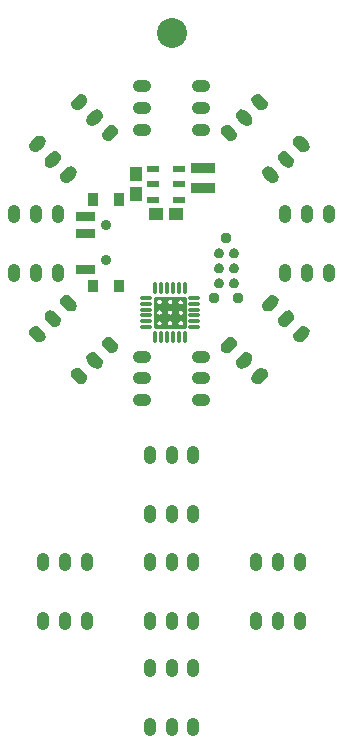
<source format=gts>
G04 DipTrace 2.4.0.2*
%INfemale.gts*%
%MOMM*%
%ADD10C,0.25*%
%ADD24C,0.165*%
%ADD33R,1.0X0.5*%
%ADD40C,2.54*%
%ADD41C,0.95*%
%ADD42C,0.9*%
%ADD45O,1.05X1.55*%
%ADD46O,1.55X1.05*%
%ADD50O,1.05X0.33*%
%ADD51O,0.33X1.05*%
%ADD52R,2.05X0.9*%
%ADD53R,1.15X1.05*%
%ADD54R,1.05X1.15*%
%FSLAX53Y53*%
G04*
G71*
G90*
G75*
G01*
%LNTopMask*%
%LPD*%
D54*
X23625Y57991D3*
Y56291D3*
D53*
X26998Y54679D3*
X25298D3*
D40*
X26626Y69952D3*
G36*
X31895Y50898D2*
X31968Y50904D1*
X32039Y50923D1*
X32105Y50954D1*
X32165Y50996D1*
X32216Y51048D1*
X32258Y51107D1*
X32289Y51174D1*
X32308Y51244D1*
X32314Y51317D1*
D1*
X32308Y51390D1*
X32289Y51460D1*
X32258Y51526D1*
X32216Y51586D1*
X32165Y51638D1*
X32105Y51680D1*
X32039Y51710D1*
X31968Y51729D1*
X31895Y51736D1*
D1*
X31823Y51729D1*
X31752Y51710D1*
X31686Y51680D1*
X31626Y51638D1*
X31575Y51586D1*
X31533Y51526D1*
X31502Y51460D1*
X31483Y51390D1*
X31477Y51317D1*
D1*
X31483Y51244D1*
X31502Y51174D1*
X31533Y51107D1*
X31575Y51048D1*
X31626Y50996D1*
X31686Y50954D1*
X31752Y50923D1*
X31823Y50904D1*
X31895Y50898D1*
G37*
G36*
Y49628D2*
X31968Y49634D1*
X32039Y49653D1*
X32105Y49684D1*
X32165Y49726D1*
X32216Y49778D1*
X32258Y49837D1*
X32289Y49904D1*
X32308Y49974D1*
X32314Y50047D1*
D1*
X32308Y50120D1*
X32289Y50190D1*
X32258Y50256D1*
X32216Y50316D1*
X32165Y50368D1*
X32105Y50410D1*
X32039Y50440D1*
X31968Y50459D1*
X31895Y50466D1*
D1*
X31823Y50459D1*
X31752Y50440D1*
X31686Y50410D1*
X31626Y50368D1*
X31575Y50316D1*
X31533Y50256D1*
X31502Y50190D1*
X31483Y50120D1*
X31477Y50047D1*
D1*
X31483Y49974D1*
X31502Y49904D1*
X31533Y49837D1*
X31575Y49778D1*
X31626Y49726D1*
X31686Y49684D1*
X31752Y49653D1*
X31823Y49634D1*
X31895Y49628D1*
G37*
G36*
Y48358D2*
X31968Y48364D1*
X32039Y48383D1*
X32105Y48414D1*
X32165Y48456D1*
X32216Y48508D1*
X32258Y48567D1*
X32289Y48634D1*
X32308Y48704D1*
X32314Y48777D1*
D1*
X32308Y48850D1*
X32289Y48920D1*
X32258Y48986D1*
X32216Y49046D1*
X32165Y49098D1*
X32105Y49140D1*
X32039Y49170D1*
X31968Y49189D1*
X31895Y49196D1*
D1*
X31823Y49189D1*
X31752Y49170D1*
X31686Y49140D1*
X31626Y49098D1*
X31575Y49046D1*
X31533Y48986D1*
X31502Y48920D1*
X31483Y48850D1*
X31477Y48777D1*
D1*
X31483Y48704D1*
X31502Y48634D1*
X31533Y48567D1*
X31575Y48508D1*
X31626Y48456D1*
X31686Y48414D1*
X31752Y48383D1*
X31823Y48364D1*
X31895Y48358D1*
G37*
G36*
X30625D2*
X30698Y48364D1*
X30769Y48383D1*
X30835Y48414D1*
X30895Y48456D1*
X30946Y48508D1*
X30988Y48567D1*
X31019Y48634D1*
X31038Y48704D1*
X31044Y48777D1*
D1*
X31038Y48850D1*
X31019Y48920D1*
X30988Y48986D1*
X30946Y49046D1*
X30895Y49098D1*
X30835Y49140D1*
X30769Y49170D1*
X30698Y49189D1*
X30625Y49196D1*
D1*
X30553Y49189D1*
X30482Y49170D1*
X30416Y49140D1*
X30356Y49098D1*
X30305Y49046D1*
X30263Y48986D1*
X30232Y48920D1*
X30213Y48850D1*
X30207Y48777D1*
D1*
X30213Y48704D1*
X30232Y48634D1*
X30263Y48567D1*
X30305Y48508D1*
X30356Y48456D1*
X30416Y48414D1*
X30482Y48383D1*
X30553Y48364D1*
X30625Y48358D1*
G37*
G36*
Y49628D2*
X30698Y49634D1*
X30769Y49653D1*
X30835Y49684D1*
X30895Y49726D1*
X30946Y49778D1*
X30988Y49837D1*
X31019Y49904D1*
X31038Y49974D1*
X31044Y50047D1*
D1*
X31038Y50120D1*
X31019Y50190D1*
X30988Y50256D1*
X30946Y50316D1*
X30895Y50368D1*
X30835Y50410D1*
X30769Y50440D1*
X30698Y50459D1*
X30625Y50466D1*
D1*
X30553Y50459D1*
X30482Y50440D1*
X30416Y50410D1*
X30356Y50368D1*
X30305Y50316D1*
X30263Y50256D1*
X30232Y50190D1*
X30213Y50120D1*
X30207Y50047D1*
D1*
X30213Y49974D1*
X30232Y49904D1*
X30263Y49837D1*
X30305Y49778D1*
X30356Y49726D1*
X30416Y49684D1*
X30482Y49653D1*
X30553Y49634D1*
X30625Y49628D1*
G37*
G36*
Y50898D2*
X30698Y50904D1*
X30769Y50923D1*
X30835Y50954D1*
X30895Y50996D1*
X30946Y51048D1*
X30988Y51107D1*
X31019Y51174D1*
X31038Y51244D1*
X31044Y51317D1*
D1*
X31038Y51390D1*
X31019Y51460D1*
X30988Y51526D1*
X30946Y51586D1*
X30895Y51638D1*
X30835Y51680D1*
X30769Y51710D1*
X30698Y51729D1*
X30625Y51736D1*
D1*
X30553Y51729D1*
X30482Y51710D1*
X30416Y51680D1*
X30356Y51638D1*
X30305Y51586D1*
X30263Y51526D1*
X30232Y51460D1*
X30213Y51390D1*
X30207Y51317D1*
D1*
X30213Y51244D1*
X30232Y51174D1*
X30263Y51107D1*
X30305Y51048D1*
X30356Y50996D1*
X30416Y50954D1*
X30482Y50923D1*
X30553Y50904D1*
X30625Y50898D1*
G37*
D41*
X31260Y52587D3*
X32276Y47507D3*
X30244D3*
D52*
X29319Y58516D3*
Y56816D3*
X27124Y46300D2*
D24*
Y46319D1*
X27126Y46337D1*
X27130Y46355D1*
X27134Y46373D1*
X27140Y46391D1*
X27148Y46408D1*
X27156Y46425D1*
X27166Y46441D1*
X27177Y46457D1*
X27189Y46471D1*
X27202Y46485D1*
X27216Y46498D1*
X27231Y46510D1*
X27247Y46521D1*
X27263Y46531D1*
X27281Y46540D1*
X27298Y46547D1*
X27317Y46554D1*
X27335Y46559D1*
X27354Y46563D1*
X27374Y46565D1*
X27393Y46566D1*
X27413D1*
X27432Y46565D1*
X27452Y46563D1*
X27471Y46559D1*
X27489Y46554D1*
X27508Y46547D1*
X27526Y46540D1*
X27543Y46531D1*
X27559Y46521D1*
X27575Y46510D1*
X27590Y46498D1*
X27604Y46485D1*
X27617Y46471D1*
X27629Y46457D1*
X27640Y46441D1*
X27650Y46425D1*
X27658Y46408D1*
X27666Y46391D1*
X27672Y46373D1*
X27676Y46355D1*
X27680Y46337D1*
X27682Y46319D1*
Y46300D1*
Y46281D1*
X27680Y46263D1*
X27676Y46245D1*
X27672Y46226D1*
X27666Y46209D1*
X27658Y46192D1*
X27650Y46175D1*
X27640Y46159D1*
X27629Y46143D1*
X27617Y46129D1*
X27604Y46115D1*
X27590Y46102D1*
X27575Y46090D1*
X27559Y46079D1*
X27543Y46069D1*
X27526Y46060D1*
X27508Y46053D1*
X27489Y46046D1*
X27471Y46041D1*
X27452Y46037D1*
X27432Y46035D1*
X27413Y46034D1*
X27393D1*
X27374Y46035D1*
X27354Y46037D1*
X27335Y46041D1*
X27317Y46046D1*
X27298Y46053D1*
X27281Y46060D1*
X27263Y46069D1*
X27247Y46079D1*
X27231Y46090D1*
X27216Y46102D1*
X27202Y46115D1*
X27189Y46129D1*
X27177Y46143D1*
X27166Y46159D1*
X27156Y46175D1*
X27148Y46192D1*
X27140Y46209D1*
X27134Y46226D1*
X27130Y46245D1*
X27126Y46263D1*
X27124Y46281D1*
Y46300D1*
Y45397D2*
Y45415D1*
X27126Y45434D1*
X27130Y45452D1*
X27134Y45470D1*
X27140Y45488D1*
X27148Y45505D1*
X27156Y45522D1*
X27166Y45538D1*
X27177Y45553D1*
X27189Y45568D1*
X27202Y45582D1*
X27216Y45595D1*
X27231Y45607D1*
X27247Y45618D1*
X27263Y45628D1*
X27281Y45636D1*
X27298Y45644D1*
X27317Y45650D1*
X27335Y45655D1*
X27354Y45659D1*
X27374Y45662D1*
X27393Y45663D1*
X27413D1*
X27432Y45662D1*
X27452Y45659D1*
X27471Y45655D1*
X27489Y45650D1*
X27508Y45644D1*
X27526Y45636D1*
X27543Y45628D1*
X27559Y45618D1*
X27575Y45607D1*
X27590Y45595D1*
X27604Y45582D1*
X27617Y45568D1*
X27629Y45553D1*
X27640Y45538D1*
X27650Y45522D1*
X27658Y45505D1*
X27666Y45488D1*
X27672Y45470D1*
X27676Y45452D1*
X27680Y45434D1*
X27682Y45415D1*
Y45397D1*
Y45378D1*
X27680Y45360D1*
X27676Y45341D1*
X27672Y45323D1*
X27666Y45306D1*
X27658Y45288D1*
X27650Y45272D1*
X27640Y45255D1*
X27629Y45240D1*
X27617Y45225D1*
X27604Y45211D1*
X27590Y45199D1*
X27575Y45187D1*
X27559Y45176D1*
X27543Y45166D1*
X27526Y45157D1*
X27508Y45149D1*
X27489Y45143D1*
X27471Y45138D1*
X27452Y45134D1*
X27432Y45132D1*
X27413Y45130D1*
X27393D1*
X27374Y45132D1*
X27354Y45134D1*
X27335Y45138D1*
X27317Y45143D1*
X27298Y45149D1*
X27281Y45157D1*
X27263Y45166D1*
X27247Y45176D1*
X27231Y45187D1*
X27216Y45199D1*
X27202Y45211D1*
X27189Y45225D1*
X27177Y45240D1*
X27166Y45255D1*
X27156Y45272D1*
X27148Y45288D1*
X27140Y45306D1*
X27134Y45323D1*
X27130Y45341D1*
X27126Y45360D1*
X27124Y45378D1*
Y45397D1*
X26227Y47207D2*
X26228Y47225D1*
X26230Y47244D1*
X26233Y47262D1*
X26238Y47280D1*
X26244Y47298D1*
X26251Y47315D1*
X26260Y47332D1*
X26269Y47348D1*
X26280Y47363D1*
X26292Y47378D1*
X26305Y47392D1*
X26319Y47405D1*
X26334Y47417D1*
X26350Y47428D1*
X26367Y47438D1*
X26384Y47446D1*
X26402Y47454D1*
X26420Y47460D1*
X26439Y47465D1*
X26458Y47469D1*
X26477Y47472D1*
X26497Y47473D1*
X26516D1*
X26536Y47472D1*
X26555Y47469D1*
X26574Y47465D1*
X26593Y47460D1*
X26611Y47454D1*
X26629Y47446D1*
X26646Y47438D1*
X26663Y47428D1*
X26679Y47417D1*
X26693Y47405D1*
X26707Y47392D1*
X26721Y47378D1*
X26733Y47363D1*
X26743Y47348D1*
X26753Y47332D1*
X26762Y47315D1*
X26769Y47298D1*
X26775Y47280D1*
X26780Y47262D1*
X26783Y47244D1*
X26785Y47225D1*
X26786Y47207D1*
X26785Y47188D1*
X26783Y47170D1*
X26780Y47151D1*
X26775Y47133D1*
X26769Y47115D1*
X26762Y47098D1*
X26753Y47081D1*
X26743Y47065D1*
X26733Y47050D1*
X26721Y47035D1*
X26707Y47021D1*
X26693Y47008D1*
X26679Y46997D1*
X26663Y46986D1*
X26646Y46976D1*
X26629Y46967D1*
X26611Y46959D1*
X26593Y46953D1*
X26574Y46948D1*
X26555Y46944D1*
X26536Y46941D1*
X26516Y46940D1*
X26497D1*
X26477Y46941D1*
X26458Y46944D1*
X26439Y46948D1*
X26420Y46953D1*
X26402Y46959D1*
X26384Y46967D1*
X26367Y46976D1*
X26350Y46986D1*
X26334Y46997D1*
X26319Y47008D1*
X26305Y47021D1*
X26292Y47035D1*
X26280Y47050D1*
X26269Y47065D1*
X26260Y47081D1*
X26251Y47098D1*
X26244Y47115D1*
X26238Y47133D1*
X26233Y47151D1*
X26230Y47170D1*
X26228Y47188D1*
X26227Y47207D1*
X26224Y46307D2*
X26225Y46325D1*
X26227Y46344D1*
X26230Y46362D1*
X26235Y46380D1*
X26241Y46398D1*
X26248Y46415D1*
X26257Y46432D1*
X26266Y46448D1*
X26277Y46463D1*
X26289Y46478D1*
X26302Y46492D1*
X26316Y46505D1*
X26331Y46517D1*
X26347Y46528D1*
X26364Y46538D1*
X26381Y46546D1*
X26399Y46554D1*
X26417Y46560D1*
X26436Y46565D1*
X26455Y46569D1*
X26474Y46572D1*
X26493Y46573D1*
X26513D1*
X26532Y46572D1*
X26552Y46569D1*
X26571Y46565D1*
X26589Y46560D1*
X26608Y46554D1*
X26626Y46546D1*
X26643Y46538D1*
X26659Y46528D1*
X26675Y46517D1*
X26690Y46505D1*
X26704Y46492D1*
X26717Y46478D1*
X26729Y46463D1*
X26740Y46448D1*
X26750Y46432D1*
X26758Y46415D1*
X26766Y46398D1*
X26772Y46380D1*
X26776Y46362D1*
X26780Y46344D1*
X26782Y46325D1*
Y46307D1*
Y46288D1*
X26780Y46270D1*
X26776Y46251D1*
X26772Y46233D1*
X26766Y46216D1*
X26758Y46198D1*
X26750Y46182D1*
X26740Y46165D1*
X26729Y46150D1*
X26717Y46135D1*
X26704Y46122D1*
X26690Y46109D1*
X26675Y46097D1*
X26659Y46086D1*
X26643Y46076D1*
X26626Y46067D1*
X26608Y46060D1*
X26589Y46053D1*
X26571Y46048D1*
X26552Y46044D1*
X26532Y46042D1*
X26513Y46040D1*
X26493D1*
X26474Y46042D1*
X26455Y46044D1*
X26436Y46048D1*
X26417Y46053D1*
X26399Y46060D1*
X26381Y46067D1*
X26364Y46076D1*
X26347Y46086D1*
X26331Y46097D1*
X26316Y46109D1*
X26302Y46122D1*
X26289Y46135D1*
X26277Y46150D1*
X26266Y46165D1*
X26257Y46182D1*
X26248Y46198D1*
X26241Y46216D1*
X26235Y46233D1*
X26230Y46251D1*
X26227Y46270D1*
X26225Y46288D1*
X26224Y46307D1*
Y46297D2*
X26225Y46315D1*
X26227Y46334D1*
X26230Y46352D1*
X26235Y46370D1*
X26241Y46388D1*
X26248Y46405D1*
X26257Y46422D1*
X26266Y46438D1*
X26277Y46453D1*
X26289Y46468D1*
X26302Y46482D1*
X26316Y46495D1*
X26331Y46507D1*
X26347Y46518D1*
X26364Y46527D1*
X26381Y46536D1*
X26399Y46544D1*
X26417Y46550D1*
X26436Y46555D1*
X26455Y46559D1*
X26474Y46562D1*
X26493Y46563D1*
X26513D1*
X26532Y46562D1*
X26552Y46559D1*
X26571Y46555D1*
X26589Y46550D1*
X26608Y46544D1*
X26626Y46536D1*
X26643Y46527D1*
X26659Y46518D1*
X26675Y46507D1*
X26690Y46495D1*
X26704Y46482D1*
X26717Y46468D1*
X26729Y46453D1*
X26740Y46438D1*
X26750Y46422D1*
X26758Y46405D1*
X26766Y46388D1*
X26772Y46370D1*
X26776Y46352D1*
X26780Y46334D1*
X26782Y46315D1*
Y46297D1*
Y46278D1*
X26780Y46259D1*
X26776Y46241D1*
X26772Y46223D1*
X26766Y46205D1*
X26758Y46188D1*
X26750Y46171D1*
X26740Y46155D1*
X26729Y46140D1*
X26717Y46125D1*
X26704Y46111D1*
X26690Y46098D1*
X26675Y46086D1*
X26659Y46076D1*
X26643Y46066D1*
X26626Y46057D1*
X26608Y46049D1*
X26589Y46043D1*
X26571Y46038D1*
X26552Y46034D1*
X26532Y46031D1*
X26513Y46030D1*
X26493D1*
X26474Y46031D1*
X26455Y46034D1*
X26436Y46038D1*
X26417Y46043D1*
X26399Y46049D1*
X26381Y46057D1*
X26364Y46066D1*
X26347Y46076D1*
X26331Y46086D1*
X26316Y46098D1*
X26302Y46111D1*
X26289Y46125D1*
X26277Y46140D1*
X26266Y46155D1*
X26257Y46171D1*
X26248Y46188D1*
X26241Y46205D1*
X26235Y46223D1*
X26230Y46241D1*
X26227Y46259D1*
X26225Y46278D1*
X26224Y46297D1*
X26231Y45400D2*
Y45419D1*
X26233Y45437D1*
X26237Y45456D1*
X26241Y45474D1*
X26247Y45491D1*
X26255Y45509D1*
X26263Y45525D1*
X26273Y45541D1*
X26284Y45557D1*
X26296Y45571D1*
X26309Y45585D1*
X26323Y45598D1*
X26338Y45610D1*
X26354Y45621D1*
X26370Y45631D1*
X26387Y45640D1*
X26405Y45647D1*
X26423Y45654D1*
X26442Y45659D1*
X26461Y45663D1*
X26481Y45665D1*
X26500Y45667D1*
X26519D1*
X26539Y45665D1*
X26558Y45663D1*
X26577Y45659D1*
X26596Y45654D1*
X26614Y45647D1*
X26632Y45640D1*
X26649Y45631D1*
X26666Y45621D1*
X26682Y45610D1*
X26697Y45598D1*
X26711Y45585D1*
X26724Y45571D1*
X26736Y45557D1*
X26747Y45541D1*
X26756Y45525D1*
X26765Y45509D1*
X26772Y45491D1*
X26778Y45474D1*
X26783Y45456D1*
X26786Y45437D1*
X26788Y45419D1*
X26789Y45400D1*
X26788Y45381D1*
X26786Y45363D1*
X26783Y45345D1*
X26778Y45327D1*
X26772Y45309D1*
X26765Y45292D1*
X26756Y45275D1*
X26747Y45259D1*
X26736Y45243D1*
X26724Y45229D1*
X26711Y45215D1*
X26697Y45202D1*
X26682Y45190D1*
X26666Y45179D1*
X26649Y45169D1*
X26632Y45160D1*
X26614Y45153D1*
X26596Y45147D1*
X26577Y45141D1*
X26558Y45138D1*
X26539Y45135D1*
X26519Y45134D1*
X26500D1*
X26481Y45135D1*
X26461Y45138D1*
X26442Y45141D1*
X26423Y45147D1*
X26405Y45153D1*
X26387Y45160D1*
X26370Y45169D1*
X26354Y45179D1*
X26338Y45190D1*
X26323Y45202D1*
X26309Y45215D1*
X26296Y45229D1*
X26284Y45243D1*
X26273Y45259D1*
X26263Y45275D1*
X26255Y45292D1*
X26247Y45309D1*
X26241Y45327D1*
X26237Y45345D1*
X26233Y45363D1*
X26231Y45381D1*
Y45400D1*
X25324Y46303D2*
Y46322D1*
X25326Y46340D1*
X25330Y46359D1*
X25335Y46377D1*
X25341Y46395D1*
X25348Y46412D1*
X25356Y46429D1*
X25366Y46445D1*
X25377Y46460D1*
X25389Y46475D1*
X25402Y46489D1*
X25416Y46501D1*
X25431Y46513D1*
X25447Y46524D1*
X25463Y46534D1*
X25481Y46543D1*
X25498Y46551D1*
X25517Y46557D1*
X25535Y46562D1*
X25554Y46566D1*
X25574Y46569D1*
X25593Y46570D1*
X25613D1*
X25632Y46569D1*
X25651Y46566D1*
X25671Y46562D1*
X25689Y46557D1*
X25708Y46551D1*
X25725Y46543D1*
X25743Y46534D1*
X25759Y46524D1*
X25775Y46513D1*
X25790Y46501D1*
X25804Y46489D1*
X25817Y46475D1*
X25829Y46460D1*
X25840Y46445D1*
X25850Y46429D1*
X25858Y46412D1*
X25865Y46395D1*
X25871Y46377D1*
X25876Y46359D1*
X25879Y46340D1*
X25882Y46322D1*
Y46303D1*
Y46285D1*
X25879Y46266D1*
X25876Y46248D1*
X25871Y46230D1*
X25865Y46212D1*
X25858Y46195D1*
X25850Y46178D1*
X25840Y46162D1*
X25829Y46147D1*
X25817Y46132D1*
X25804Y46118D1*
X25790Y46105D1*
X25775Y46093D1*
X25759Y46082D1*
X25743Y46072D1*
X25725Y46064D1*
X25708Y46056D1*
X25689Y46050D1*
X25671Y46045D1*
X25651Y46041D1*
X25632Y46038D1*
X25613Y46037D1*
X25593D1*
X25574Y46038D1*
X25554Y46041D1*
X25535Y46045D1*
X25517Y46050D1*
X25498Y46056D1*
X25481Y46064D1*
X25463Y46072D1*
X25447Y46082D1*
X25431Y46093D1*
X25416Y46105D1*
X25402Y46118D1*
X25389Y46132D1*
X25377Y46147D1*
X25366Y46162D1*
X25356Y46178D1*
X25348Y46195D1*
X25341Y46212D1*
X25335Y46230D1*
X25330Y46248D1*
X25326Y46266D1*
X25324Y46285D1*
Y46303D1*
Y47200D2*
Y47218D1*
X25326Y47237D1*
X25330Y47255D1*
X25335Y47273D1*
X25341Y47291D1*
X25348Y47308D1*
X25356Y47325D1*
X25366Y47341D1*
X25377Y47357D1*
X25389Y47371D1*
X25402Y47385D1*
X25416Y47398D1*
X25431Y47410D1*
X25447Y47421D1*
X25463Y47431D1*
X25481Y47439D1*
X25498Y47447D1*
X25517Y47453D1*
X25535Y47459D1*
X25554Y47462D1*
X25574Y47465D1*
X25593Y47466D1*
X25613D1*
X25632Y47465D1*
X25651Y47462D1*
X25671Y47459D1*
X25689Y47453D1*
X25708Y47447D1*
X25725Y47439D1*
X25743Y47431D1*
X25759Y47421D1*
X25775Y47410D1*
X25790Y47398D1*
X25804Y47385D1*
X25817Y47371D1*
X25829Y47357D1*
X25840Y47341D1*
X25850Y47325D1*
X25858Y47308D1*
X25865Y47291D1*
X25871Y47273D1*
X25876Y47255D1*
X25879Y47237D1*
X25882Y47218D1*
Y47200D1*
Y47181D1*
X25879Y47163D1*
X25876Y47144D1*
X25871Y47126D1*
X25865Y47109D1*
X25858Y47091D1*
X25850Y47075D1*
X25840Y47059D1*
X25829Y47043D1*
X25817Y47028D1*
X25804Y47015D1*
X25790Y47002D1*
X25775Y46990D1*
X25759Y46979D1*
X25743Y46969D1*
X25725Y46960D1*
X25708Y46953D1*
X25689Y46946D1*
X25671Y46941D1*
X25651Y46937D1*
X25632Y46935D1*
X25613Y46933D1*
X25593D1*
X25574Y46935D1*
X25554Y46937D1*
X25535Y46941D1*
X25517Y46946D1*
X25498Y46953D1*
X25481Y46960D1*
X25463Y46969D1*
X25447Y46979D1*
X25431Y46990D1*
X25416Y47002D1*
X25402Y47015D1*
X25389Y47028D1*
X25377Y47043D1*
X25366Y47059D1*
X25356Y47075D1*
X25348Y47091D1*
X25341Y47109D1*
X25335Y47126D1*
X25330Y47144D1*
X25326Y47163D1*
X25324Y47181D1*
Y47200D1*
Y45397D2*
Y45415D1*
X25326Y45434D1*
X25330Y45452D1*
X25335Y45470D1*
X25341Y45488D1*
X25348Y45505D1*
X25356Y45522D1*
X25366Y45538D1*
X25377Y45553D1*
X25389Y45568D1*
X25402Y45582D1*
X25416Y45595D1*
X25431Y45607D1*
X25447Y45618D1*
X25463Y45628D1*
X25481Y45636D1*
X25498Y45644D1*
X25517Y45650D1*
X25535Y45655D1*
X25554Y45659D1*
X25574Y45662D1*
X25593Y45663D1*
X25613D1*
X25632Y45662D1*
X25651Y45659D1*
X25671Y45655D1*
X25689Y45650D1*
X25708Y45644D1*
X25725Y45636D1*
X25743Y45628D1*
X25759Y45618D1*
X25775Y45607D1*
X25790Y45595D1*
X25804Y45582D1*
X25817Y45568D1*
X25829Y45553D1*
X25840Y45538D1*
X25850Y45522D1*
X25858Y45505D1*
X25865Y45488D1*
X25871Y45470D1*
X25876Y45452D1*
X25879Y45434D1*
X25882Y45415D1*
Y45397D1*
Y45378D1*
X25879Y45360D1*
X25876Y45341D1*
X25871Y45323D1*
X25865Y45306D1*
X25858Y45288D1*
X25850Y45272D1*
X25840Y45255D1*
X25829Y45240D1*
X25817Y45225D1*
X25804Y45211D1*
X25790Y45199D1*
X25775Y45187D1*
X25759Y45176D1*
X25743Y45166D1*
X25725Y45157D1*
X25708Y45149D1*
X25689Y45143D1*
X25671Y45138D1*
X25651Y45134D1*
X25632Y45132D1*
X25613Y45130D1*
X25593D1*
X25574Y45132D1*
X25554Y45134D1*
X25535Y45138D1*
X25517Y45143D1*
X25498Y45149D1*
X25481Y45157D1*
X25463Y45166D1*
X25447Y45176D1*
X25431Y45187D1*
X25416Y45199D1*
X25402Y45211D1*
X25389Y45225D1*
X25377Y45240D1*
X25366Y45255D1*
X25356Y45272D1*
X25348Y45288D1*
X25341Y45306D1*
X25335Y45323D1*
X25330Y45341D1*
X25326Y45360D1*
X25324Y45378D1*
Y45397D1*
X27773Y47557D2*
D10*
X25246D1*
Y45066D1*
X27773D1*
Y47557D1*
G36*
X27713Y46963D2*
X25330D1*
Y46483D1*
X27713D1*
Y46963D1*
G37*
G36*
X26307Y47520D2*
X25840D1*
Y45043D1*
X26307D1*
Y47520D1*
G37*
G36*
X27166Y47503D2*
X26700D1*
Y45143D1*
X27166D1*
Y47503D1*
G37*
G36*
X27806Y46073D2*
X25336D1*
Y45600D1*
X27806D1*
Y46073D1*
G37*
X27110Y47173D2*
D24*
X27111Y47192D1*
X27113Y47210D1*
X27116Y47229D1*
X27121Y47247D1*
X27127Y47264D1*
X27134Y47282D1*
X27143Y47298D1*
X27153Y47314D1*
X27164Y47330D1*
X27176Y47345D1*
X27189Y47358D1*
X27203Y47371D1*
X27218Y47383D1*
X27233Y47394D1*
X27250Y47404D1*
X27267Y47413D1*
X27285Y47420D1*
X27303Y47427D1*
X27322Y47432D1*
X27341Y47436D1*
X27361Y47438D1*
X27380Y47440D1*
X27400D1*
X27419Y47438D1*
X27438Y47436D1*
X27457Y47432D1*
X27476Y47427D1*
X27494Y47420D1*
X27512Y47413D1*
X27529Y47404D1*
X27546Y47394D1*
X27562Y47383D1*
X27577Y47371D1*
X27591Y47358D1*
X27604Y47345D1*
X27616Y47330D1*
X27627Y47314D1*
X27637Y47298D1*
X27645Y47282D1*
X27652Y47264D1*
X27658Y47247D1*
X27663Y47229D1*
X27667Y47210D1*
X27669Y47192D1*
Y47173D1*
Y47155D1*
X27667Y47136D1*
X27663Y47118D1*
X27658Y47100D1*
X27652Y47082D1*
X27645Y47065D1*
X27637Y47048D1*
X27627Y47032D1*
X27616Y47016D1*
X27604Y47002D1*
X27591Y46988D1*
X27577Y46975D1*
X27562Y46963D1*
X27546Y46952D1*
X27529Y46942D1*
X27512Y46934D1*
X27494Y46926D1*
X27476Y46920D1*
X27457Y46914D1*
X27438Y46911D1*
X27419Y46908D1*
X27400Y46907D1*
X27380D1*
X27361Y46908D1*
X27341Y46911D1*
X27322Y46914D1*
X27303Y46920D1*
X27285Y46926D1*
X27267Y46934D1*
X27250Y46942D1*
X27233Y46952D1*
X27218Y46963D1*
X27203Y46975D1*
X27189Y46988D1*
X27176Y47002D1*
X27164Y47016D1*
X27153Y47032D1*
X27143Y47048D1*
X27134Y47065D1*
X27127Y47082D1*
X27121Y47100D1*
X27116Y47118D1*
X27113Y47136D1*
X27111Y47155D1*
X27110Y47173D1*
D51*
X27756Y48346D3*
X27256D3*
X26756D3*
X26256D3*
X25756D3*
X25256D3*
D50*
X24456Y47546D3*
Y47046D3*
Y46546D3*
Y46046D3*
Y45546D3*
Y45046D3*
D51*
X25256Y44246D3*
X25756D3*
X26256D3*
X26756D3*
X27256D3*
X27756D3*
D50*
X28556Y45046D3*
Y45546D3*
Y46046D3*
Y46546D3*
Y47046D3*
Y47546D3*
D33*
X25061Y58461D3*
Y57161D3*
Y55861D3*
X27261D3*
Y57161D3*
Y58461D3*
D46*
X29126Y38863D3*
Y40713D3*
Y42563D3*
X24126D3*
Y40713D3*
Y38863D3*
G36*
X18607Y40384D2*
X18803Y40261D1*
X19035Y40235D1*
X19256Y40312D1*
X19421Y40478D1*
X19499Y40699D1*
X19473Y40931D1*
X19350Y41127D1*
X18992Y41484D1*
X18796Y41607D1*
X18564Y41633D1*
X18343Y41556D1*
X18178Y41391D1*
X18100Y41170D1*
X18127Y40937D1*
X18250Y40742D1*
X18607Y40384D1*
G37*
G36*
X19915Y41692D2*
X20111Y41569D1*
X20343Y41543D1*
X20564Y41620D1*
X20730Y41786D1*
X20807Y42007D1*
X20781Y42239D1*
X20658Y42435D1*
X20300Y42792D1*
X20105Y42915D1*
X19872Y42941D1*
X19651Y42864D1*
X19486Y42699D1*
X19409Y42478D1*
X19435Y42245D1*
X19558Y42050D1*
X19915Y41692D1*
G37*
G36*
X21223Y43000D2*
X21419Y42878D1*
X21652Y42851D1*
X21872Y42929D1*
X22038Y43094D1*
X22115Y43315D1*
X22089Y43547D1*
X21966Y43743D1*
X21608Y44100D1*
X21413Y44223D1*
X21180Y44250D1*
X20959Y44172D1*
X20794Y44007D1*
X20717Y43786D1*
X20743Y43554D1*
X20866Y43358D1*
X21223Y43000D1*
G37*
G36*
X17688Y46536D2*
X17884Y46413D1*
X18116Y46387D1*
X18337Y46464D1*
X18502Y46630D1*
X18579Y46850D1*
X18553Y47083D1*
X18430Y47278D1*
X18073Y47636D1*
X17877Y47759D1*
X17645Y47785D1*
X17424Y47708D1*
X17258Y47542D1*
X17181Y47322D1*
X17207Y47089D1*
X17330Y46894D1*
X17688Y46536D1*
G37*
G36*
X16380Y45228D2*
X16575Y45105D1*
X16808Y45079D1*
X17029Y45156D1*
X17194Y45321D1*
X17271Y45542D1*
X17245Y45775D1*
X17122Y45970D1*
X16765Y46328D1*
X16569Y46451D1*
X16337Y46477D1*
X16116Y46400D1*
X15950Y46234D1*
X15873Y46013D1*
X15899Y45781D1*
X16022Y45585D1*
X16380Y45228D1*
G37*
G36*
X15072Y43920D2*
X15267Y43797D1*
X15500Y43771D1*
X15721Y43848D1*
X15886Y44013D1*
X15963Y44234D1*
X15937Y44467D1*
X15814Y44662D1*
X15457Y45020D1*
X15261Y45143D1*
X15028Y45169D1*
X14808Y45092D1*
X14642Y44926D1*
X14565Y44705D1*
X14591Y44473D1*
X14714Y44277D1*
X15072Y43920D1*
G37*
D45*
X13317Y49672D3*
X15167D3*
X17017D3*
Y54672D3*
X15167D3*
X13317D3*
G36*
X14714Y60774D2*
X14591Y60578D1*
X14565Y60346D1*
X14642Y60125D1*
X14808Y59960D1*
X15028Y59882D1*
X15261Y59909D1*
X15457Y60031D1*
X15814Y60389D1*
X15937Y60585D1*
X15963Y60817D1*
X15886Y61038D1*
X15721Y61203D1*
X15500Y61281D1*
X15267Y61254D1*
X15072Y61131D1*
X14714Y60774D1*
G37*
G36*
X16022Y59466D2*
X15899Y59270D1*
X15873Y59038D1*
X15950Y58817D1*
X16116Y58651D1*
X16337Y58574D1*
X16569Y58600D1*
X16765Y58723D1*
X17122Y59081D1*
X17245Y59276D1*
X17271Y59509D1*
X17194Y59730D1*
X17029Y59895D1*
X16808Y59972D1*
X16575Y59946D1*
X16380Y59823D1*
X16022Y59466D1*
G37*
G36*
X17330Y58158D2*
X17207Y57962D1*
X17181Y57730D1*
X17259Y57509D1*
X17424Y57343D1*
X17645Y57266D1*
X17877Y57292D1*
X18073Y57415D1*
X18430Y57773D1*
X18553Y57968D1*
X18579Y58201D1*
X18502Y58422D1*
X18337Y58587D1*
X18116Y58664D1*
X17884Y58638D1*
X17688Y58515D1*
X17330Y58158D1*
G37*
G36*
X20866Y61693D2*
X20743Y61498D1*
X20717Y61265D1*
X20794Y61044D1*
X20959Y60879D1*
X21180Y60802D1*
X21413Y60828D1*
X21608Y60951D1*
X21966Y61308D1*
X22089Y61504D1*
X22115Y61736D1*
X22038Y61957D1*
X21872Y62123D1*
X21652Y62200D1*
X21419Y62174D1*
X21223Y62051D1*
X20866Y61693D1*
G37*
G36*
X19558Y63001D2*
X19435Y62806D1*
X19409Y62573D1*
X19486Y62352D1*
X19651Y62187D1*
X19872Y62110D1*
X20105Y62136D1*
X20300Y62259D1*
X20658Y62616D1*
X20781Y62812D1*
X20807Y63044D1*
X20730Y63265D1*
X20564Y63431D1*
X20343Y63508D1*
X20111Y63482D1*
X19915Y63359D1*
X19558Y63001D1*
G37*
G36*
X18250Y64309D2*
X18127Y64114D1*
X18100Y63881D1*
X18178Y63661D1*
X18343Y63495D1*
X18564Y63418D1*
X18796Y63444D1*
X18992Y63567D1*
X19350Y63925D1*
X19473Y64120D1*
X19499Y64353D1*
X19421Y64573D1*
X19256Y64739D1*
X19035Y64816D1*
X18803Y64790D1*
X18607Y64667D1*
X18250Y64309D1*
G37*
D46*
X24126Y65481D3*
Y63631D3*
Y61781D3*
X29126D3*
Y63631D3*
Y65481D3*
G36*
X34279Y64667D2*
X34083Y64790D1*
X33851Y64816D1*
X33630Y64739D1*
X33464Y64573D1*
X33387Y64353D1*
X33413Y64120D1*
X33536Y63925D1*
X33894Y63567D1*
X34090Y63444D1*
X34322Y63418D1*
X34543Y63495D1*
X34708Y63661D1*
X34785Y63881D1*
X34759Y64114D1*
X34636Y64309D1*
X34279Y64667D1*
G37*
G36*
X32971Y63359D2*
X32775Y63482D1*
X32543Y63508D1*
X32322Y63431D1*
X32156Y63265D1*
X32079Y63045D1*
X32105Y62812D1*
X32228Y62616D1*
X32586Y62259D1*
X32781Y62136D1*
X33014Y62110D1*
X33235Y62187D1*
X33400Y62352D1*
X33477Y62573D1*
X33451Y62806D1*
X33328Y63001D1*
X32971Y63359D1*
G37*
G36*
X31663Y62051D2*
X31467Y62174D1*
X31234Y62200D1*
X31014Y62123D1*
X30848Y61957D1*
X30771Y61736D1*
X30797Y61504D1*
X30920Y61308D1*
X31278Y60951D1*
X31473Y60828D1*
X31706Y60802D1*
X31927Y60879D1*
X32092Y61044D1*
X32169Y61265D1*
X32143Y61498D1*
X32020Y61693D1*
X31663Y62051D1*
G37*
G36*
X35198Y58515D2*
X35002Y58638D1*
X34770Y58664D1*
X34549Y58587D1*
X34384Y58422D1*
X34306Y58201D1*
X34333Y57968D1*
X34456Y57773D1*
X34813Y57415D1*
X35009Y57292D1*
X35241Y57266D1*
X35462Y57343D1*
X35627Y57509D1*
X35705Y57730D1*
X35679Y57962D1*
X35556Y58158D1*
X35198Y58515D1*
G37*
G36*
X36506Y59823D2*
X36311Y59946D1*
X36078Y59972D1*
X35857Y59895D1*
X35692Y59730D1*
X35615Y59509D1*
X35641Y59277D1*
X35764Y59081D1*
X36121Y58723D1*
X36317Y58600D1*
X36549Y58574D1*
X36770Y58651D1*
X36936Y58817D1*
X37013Y59038D1*
X36987Y59270D1*
X36864Y59466D1*
X36506Y59823D1*
G37*
G36*
X37814Y61131D2*
X37619Y61254D1*
X37386Y61281D1*
X37165Y61203D1*
X37000Y61038D1*
X36923Y60817D1*
X36949Y60585D1*
X37072Y60389D1*
X37429Y60031D1*
X37625Y59909D1*
X37858Y59882D1*
X38078Y59960D1*
X38244Y60125D1*
X38321Y60346D1*
X38295Y60578D1*
X38172Y60774D1*
X37814Y61131D1*
G37*
D45*
X39935Y54672D3*
X38085D3*
X36235D3*
Y49672D3*
X38085D3*
X39935D3*
G36*
X38172Y44277D2*
X38295Y44473D1*
X38321Y44705D1*
X38244Y44926D1*
X38078Y45092D1*
X37858Y45169D1*
X37625Y45143D1*
X37429Y45020D1*
X37072Y44662D1*
X36949Y44467D1*
X36923Y44234D1*
X37000Y44013D1*
X37165Y43848D1*
X37386Y43771D1*
X37619Y43797D1*
X37814Y43920D1*
X38172Y44277D1*
G37*
G36*
X36864Y45585D2*
X36987Y45781D1*
X37013Y46014D1*
X36936Y46234D1*
X36770Y46400D1*
X36549Y46477D1*
X36317Y46451D1*
X36121Y46328D1*
X35764Y45970D1*
X35641Y45775D1*
X35615Y45542D1*
X35692Y45321D1*
X35857Y45156D1*
X36078Y45079D1*
X36311Y45105D1*
X36506Y45228D1*
X36864Y45585D1*
G37*
G36*
X35556Y46894D2*
X35679Y47089D1*
X35705Y47322D1*
X35627Y47542D1*
X35462Y47708D1*
X35241Y47785D1*
X35009Y47759D1*
X34813Y47636D1*
X34456Y47278D1*
X34333Y47083D1*
X34306Y46850D1*
X34384Y46630D1*
X34549Y46464D1*
X34770Y46387D1*
X35002Y46413D1*
X35198Y46536D1*
X35556Y46894D1*
G37*
G36*
X32020Y43358D2*
X32143Y43554D1*
X32169Y43786D1*
X32092Y44007D1*
X31927Y44172D1*
X31706Y44250D1*
X31473Y44223D1*
X31278Y44100D1*
X30920Y43743D1*
X30797Y43547D1*
X30771Y43315D1*
X30848Y43094D1*
X31014Y42929D1*
X31234Y42851D1*
X31467Y42878D1*
X31663Y43000D1*
X32020Y43358D1*
G37*
G36*
X33328Y42050D2*
X33451Y42246D1*
X33477Y42478D1*
X33400Y42699D1*
X33235Y42864D1*
X33014Y42941D1*
X32781Y42915D1*
X32586Y42792D1*
X32228Y42435D1*
X32105Y42239D1*
X32079Y42007D1*
X32156Y41786D1*
X32322Y41620D1*
X32543Y41543D1*
X32775Y41569D1*
X32971Y41692D1*
X33328Y42050D1*
G37*
G36*
X34636Y40742D2*
X34759Y40937D1*
X34785Y41170D1*
X34708Y41391D1*
X34543Y41556D1*
X34322Y41633D1*
X34090Y41607D1*
X33894Y41484D1*
X33536Y41127D1*
X33413Y40931D1*
X33387Y40699D1*
X33465Y40478D1*
X33630Y40312D1*
X33851Y40235D1*
X34083Y40261D1*
X34279Y40384D1*
X34636Y40742D1*
G37*
D45*
X28476Y34213D3*
X26626D3*
X24776D3*
Y29213D3*
X26626D3*
X28476D3*
Y25213D3*
X26626D3*
X24776D3*
Y20213D3*
X26626D3*
X28476D3*
Y16213D3*
X26626D3*
X24776D3*
Y11213D3*
X26626D3*
X28476D3*
X15776Y20213D3*
X17626D3*
X19476D3*
Y25213D3*
X17626D3*
X15776D3*
G36*
X19575Y49078D2*
X20425D1*
Y48028D1*
X19575D1*
Y49078D1*
G37*
G36*
X21775D2*
X22625D1*
Y48028D1*
X21775D1*
Y49078D1*
G37*
G36*
Y56378D2*
X22625D1*
Y55328D1*
X21775D1*
Y56378D1*
G37*
G36*
X19575D2*
X20425D1*
Y55328D1*
X19575D1*
Y56378D1*
G37*
G36*
X18575Y54828D2*
X20125D1*
Y54078D1*
X18575D1*
Y54828D1*
G37*
G36*
Y53328D2*
X20125D1*
Y52578D1*
X18575D1*
Y53328D1*
G37*
G36*
Y50328D2*
X20125D1*
Y49578D1*
X18575D1*
Y50328D1*
G37*
D42*
X21100Y53703D3*
Y50703D3*
D45*
X37476Y25213D3*
X35626D3*
X33776D3*
Y20213D3*
X35626D3*
X37476D3*
M02*

</source>
